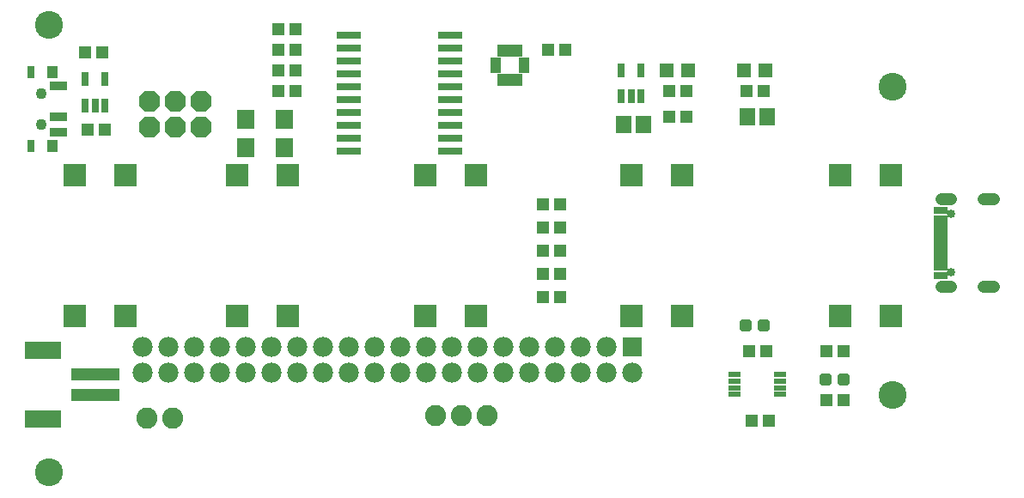
<source format=gbr>
G04 EAGLE Gerber RS-274X export*
G75*
%MOMM*%
%FSLAX34Y34*%
%LPD*%
%INSoldermask Top*%
%IPPOS*%
%AMOC8*
5,1,8,0,0,1.08239X$1,22.5*%
G01*
%ADD10C,2.743200*%
%ADD11R,1.303200X0.603200*%
%ADD12R,0.503200X1.155600*%
%ADD13R,1.054000X0.503200*%
%ADD14P,2.254402X8X202.500000*%
%ADD15R,2.403200X0.803200*%
%ADD16R,1.303200X1.203200*%
%ADD17C,2.082800*%
%ADD18R,0.753200X1.403200*%
%ADD19R,2.235200X2.235200*%
%ADD20R,1.981200X1.981200*%
%ADD21C,1.981200*%
%ADD22R,4.803200X1.203200*%
%ADD23R,3.603200X1.803200*%
%ADD24R,1.727200X1.879600*%
%ADD25C,0.505344*%
%ADD26R,1.703200X0.903200*%
%ADD27R,0.803200X1.203200*%
%ADD28R,1.003200X1.203200*%
%ADD29C,1.103200*%
%ADD30R,1.403200X1.403200*%
%ADD31R,1.278200X1.203200*%
%ADD32R,1.503200X1.703200*%
%ADD33R,1.353200X0.778200*%
%ADD34R,1.353200X0.478200*%
%ADD35C,1.203200*%
%ADD36C,0.853200*%


D10*
X63500Y402590D03*
X63500Y-38100D03*
X895350Y38100D03*
X895350Y341630D03*
D11*
X739500Y58010D03*
X739500Y51510D03*
X739500Y45010D03*
X739500Y38510D03*
X784500Y38510D03*
X784500Y45010D03*
X784500Y51510D03*
X784500Y58010D03*
D12*
X528160Y377482D03*
X523160Y377482D03*
X518160Y377482D03*
X513160Y377482D03*
X508160Y377482D03*
D13*
X504140Y368220D03*
X504140Y363220D03*
X504140Y358220D03*
D12*
X508160Y348958D03*
X513160Y348958D03*
X518160Y348958D03*
X523160Y348958D03*
X528160Y348958D03*
D13*
X532180Y358220D03*
X532180Y363220D03*
X532180Y368220D03*
D14*
X213360Y327660D03*
X213360Y302260D03*
X187960Y327660D03*
X187960Y302260D03*
X162560Y327660D03*
X162560Y302260D03*
D15*
X358940Y392430D03*
X358940Y379730D03*
X358940Y367030D03*
X358940Y354330D03*
X358940Y341630D03*
X358940Y328930D03*
X358940Y316230D03*
X358940Y303530D03*
X358940Y290830D03*
X358940Y278130D03*
X458940Y278130D03*
X458940Y290830D03*
X458940Y303530D03*
X458940Y316230D03*
X458940Y328930D03*
X458940Y341630D03*
X458940Y354330D03*
X458940Y367030D03*
X458940Y379730D03*
X458940Y392430D03*
D16*
X773040Y12700D03*
X756040Y12700D03*
X555380Y378460D03*
X572380Y378460D03*
D17*
X495300Y17780D03*
X469900Y17780D03*
X444500Y17780D03*
D18*
X99720Y323549D03*
X109220Y323549D03*
X118720Y323549D03*
X118720Y349551D03*
X99720Y349551D03*
D16*
X306950Y337820D03*
X289950Y337820D03*
X118990Y299720D03*
X101990Y299720D03*
X99450Y375920D03*
X116450Y375920D03*
X289950Y398780D03*
X306950Y398780D03*
X289950Y378460D03*
X306950Y378460D03*
X289950Y358140D03*
X306950Y358140D03*
D19*
X637940Y115670D03*
X687940Y115670D03*
X687940Y255170D03*
X637940Y255170D03*
X89300Y115670D03*
X139300Y115670D03*
X139300Y255170D03*
X89300Y255170D03*
X843680Y115670D03*
X893680Y115670D03*
X893680Y255170D03*
X843680Y255170D03*
X434740Y115670D03*
X484740Y115670D03*
X484740Y255170D03*
X434740Y255170D03*
X249320Y115670D03*
X299320Y115670D03*
X299320Y255170D03*
X249320Y255170D03*
D20*
X638810Y85090D03*
D21*
X638810Y59690D03*
X613410Y85090D03*
X613410Y59690D03*
X588010Y85090D03*
X588010Y59690D03*
X562610Y85090D03*
X562610Y59690D03*
X537210Y85090D03*
X537210Y59690D03*
X511810Y85090D03*
X511810Y59690D03*
X486410Y85090D03*
X486410Y59690D03*
X461010Y85090D03*
X461010Y59690D03*
X435610Y85090D03*
X435610Y59690D03*
X410210Y85090D03*
X410210Y59690D03*
X384810Y85090D03*
X384810Y59690D03*
X359410Y85090D03*
X359410Y59690D03*
X334010Y85090D03*
X334010Y59690D03*
X308610Y85090D03*
X308610Y59690D03*
X283210Y85090D03*
X283210Y59690D03*
X257810Y85090D03*
X257810Y59690D03*
X232410Y85090D03*
X232410Y59690D03*
X207010Y85090D03*
X207010Y59690D03*
X181610Y85090D03*
X181610Y59690D03*
X156210Y85090D03*
X156210Y59690D03*
D22*
X109644Y38260D03*
X109644Y58260D03*
D23*
X57644Y14260D03*
X57644Y82260D03*
D17*
X160020Y15240D03*
X185420Y15240D03*
D16*
X550300Y226060D03*
X567300Y226060D03*
X550300Y203200D03*
X567300Y203200D03*
X550300Y180340D03*
X567300Y180340D03*
X550300Y157480D03*
X567300Y157480D03*
X550300Y134620D03*
X567300Y134620D03*
D24*
X295656Y309880D03*
X258064Y309880D03*
X295656Y281940D03*
X258064Y281940D03*
D25*
X764740Y110170D02*
X764740Y103190D01*
X764740Y110170D02*
X771720Y110170D01*
X771720Y103190D01*
X764740Y103190D01*
X764740Y107990D02*
X771720Y107990D01*
X747200Y110170D02*
X747200Y103190D01*
X747200Y110170D02*
X754180Y110170D01*
X754180Y103190D01*
X747200Y103190D01*
X747200Y107990D02*
X754180Y107990D01*
D16*
X770500Y81280D03*
X753500Y81280D03*
D26*
X73380Y297540D03*
X73380Y312540D03*
X73380Y342540D03*
D27*
X45880Y283540D03*
D28*
X66880Y283540D03*
D27*
X45880Y356540D03*
D28*
X66880Y356540D03*
D29*
X55880Y305040D03*
X55880Y335040D03*
D16*
X829700Y81280D03*
X846700Y81280D03*
D25*
X843480Y56830D02*
X843480Y49850D01*
X843480Y56830D02*
X850460Y56830D01*
X850460Y49850D01*
X843480Y49850D01*
X843480Y54650D02*
X850460Y54650D01*
X825940Y56830D02*
X825940Y49850D01*
X825940Y56830D02*
X832920Y56830D01*
X832920Y49850D01*
X825940Y49850D01*
X825940Y54650D02*
X832920Y54650D01*
D16*
X829700Y33020D03*
X846700Y33020D03*
D18*
X628040Y332439D03*
X637540Y332439D03*
X647040Y332439D03*
X647040Y358441D03*
X628040Y358441D03*
D30*
X769960Y358140D03*
X748960Y358140D03*
X693760Y358140D03*
X672760Y358140D03*
D31*
X767960Y337820D03*
X750960Y337820D03*
X674760Y337820D03*
X691760Y337820D03*
D32*
X771500Y312420D03*
X752500Y312420D03*
X649580Y304800D03*
X630580Y304800D03*
D31*
X674760Y312420D03*
X691760Y312420D03*
D33*
X942450Y155960D03*
X942450Y163960D03*
D34*
X942450Y170460D03*
X942450Y175460D03*
X942450Y180460D03*
X942450Y185460D03*
X942450Y190460D03*
X942450Y195460D03*
X942450Y200460D03*
X942450Y205460D03*
D33*
X942450Y211960D03*
X942450Y219960D03*
D35*
X985000Y144760D02*
X995000Y144760D01*
X995000Y231160D02*
X985000Y231160D01*
X953200Y231160D02*
X943200Y231160D01*
X943200Y144760D02*
X953200Y144760D01*
D36*
X953200Y216860D03*
X953200Y159060D03*
M02*

</source>
